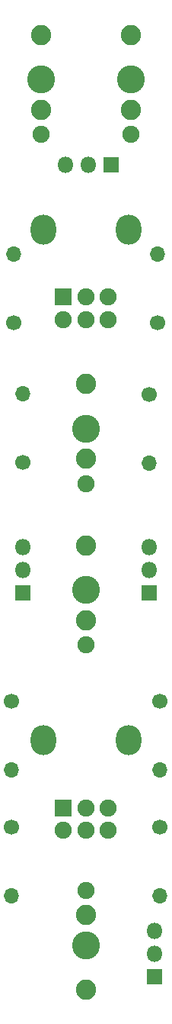
<source format=gbr>
%TF.GenerationSoftware,KiCad,Pcbnew,(5.1.6-0-10_14)*%
%TF.CreationDate,2020-11-24T13:30:39-06:00*%
%TF.ProjectId,nab,6e61622e-6b69-4636-9164-5f7063625858,rev?*%
%TF.SameCoordinates,Original*%
%TF.FileFunction,Soldermask,Top*%
%TF.FilePolarity,Negative*%
%FSLAX46Y46*%
G04 Gerber Fmt 4.6, Leading zero omitted, Abs format (unit mm)*
G04 Created by KiCad (PCBNEW (5.1.6-0-10_14)) date 2020-11-24 13:30:39*
%MOMM*%
%LPD*%
G01*
G04 APERTURE LIST*
%ADD10O,1.800000X1.800000*%
%ADD11R,1.800000X1.800000*%
%ADD12R,1.900000X1.900000*%
%ADD13C,1.900000*%
%ADD14O,2.820000X3.340000*%
%ADD15C,3.100000*%
%ADD16C,2.250000*%
%ADD17O,1.700000X1.700000*%
%ADD18C,1.700000*%
G04 APERTURE END LIST*
D10*
%TO.C,J9*%
X57734200Y-66522600D03*
X60274200Y-66522600D03*
D11*
X62814200Y-66522600D03*
%TD*%
D10*
%TO.C,J8*%
X53000000Y-108920000D03*
X53000000Y-111460000D03*
D11*
X53000000Y-114000000D03*
%TD*%
D10*
%TO.C,J7*%
X67000000Y-108920000D03*
X67000000Y-111460000D03*
D11*
X67000000Y-114000000D03*
%TD*%
D10*
%TO.C,J6*%
X67614800Y-151549100D03*
X67614800Y-154089100D03*
D11*
X67614800Y-156629100D03*
%TD*%
D12*
%TO.C,RV1*%
X57500000Y-137854597D03*
D13*
X60000000Y-137854597D03*
X62500000Y-137854597D03*
D14*
X64750000Y-130354597D03*
X55250000Y-130354597D03*
D13*
X62500000Y-140354597D03*
X60000000Y-140354597D03*
X57500000Y-140354597D03*
%TD*%
D15*
%TO.C,J3*%
X60000000Y-95766799D03*
D16*
X60000000Y-90846799D03*
X60000000Y-99146799D03*
D13*
X60000000Y-101862799D03*
%TD*%
D15*
%TO.C,J2*%
X60000000Y-113660698D03*
D16*
X60000000Y-108740698D03*
X60000000Y-117040698D03*
D13*
X60000000Y-119756698D03*
%TD*%
D15*
%TO.C,J1*%
X60000000Y-153098500D03*
D16*
X60000000Y-158018500D03*
X60000000Y-149718500D03*
D13*
X60000000Y-147002500D03*
%TD*%
D12*
%TO.C,RV2*%
X57500000Y-81193899D03*
D13*
X60000000Y-81193899D03*
X62500000Y-81193899D03*
D14*
X64750000Y-73693899D03*
X55250000Y-73693899D03*
D13*
X62500000Y-83693899D03*
X60000000Y-83693899D03*
X57500000Y-83693899D03*
%TD*%
D17*
%TO.C,R8*%
X67000000Y-99620000D03*
D18*
X67000000Y-92000000D03*
%TD*%
D17*
%TO.C,R7*%
X68000000Y-76380000D03*
D18*
X68000000Y-84000000D03*
%TD*%
D17*
%TO.C,R6*%
X68250000Y-133620000D03*
D18*
X68250000Y-126000000D03*
%TD*%
D17*
%TO.C,R5*%
X68250000Y-147620000D03*
D18*
X68250000Y-140000000D03*
%TD*%
D17*
%TO.C,R4*%
X53000000Y-91880000D03*
D18*
X53000000Y-99500000D03*
%TD*%
D17*
%TO.C,R3*%
X52000000Y-76380000D03*
D18*
X52000000Y-84000000D03*
%TD*%
D17*
%TO.C,R2*%
X51750000Y-133620000D03*
D18*
X51750000Y-126000000D03*
%TD*%
D17*
%TO.C,R1*%
X51750000Y-147620000D03*
D18*
X51750000Y-140000000D03*
%TD*%
D15*
%TO.C,J5*%
X65000000Y-57000000D03*
D16*
X65000000Y-52080000D03*
X65000000Y-60380000D03*
D13*
X65000000Y-63096000D03*
%TD*%
D15*
%TO.C,J4*%
X55000000Y-57000000D03*
D16*
X55000000Y-52080000D03*
X55000000Y-60380000D03*
D13*
X55000000Y-63096000D03*
%TD*%
M02*

</source>
